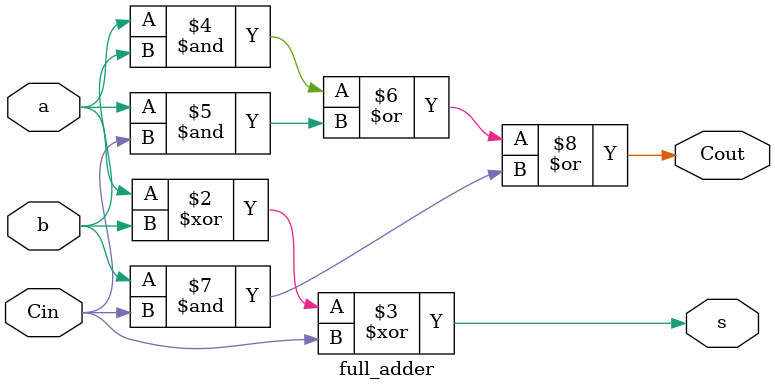
<source format=sv>
module full_adder
(
	input logic a,
	input logic b,
	input logic Cin,
	output logic Cout,
	output logic s

);

	// An extremely basic full adder unit that computes a 1 bit sum, with carry in and carry out support.

	always_comb begin
	
	
	// Compute sum and carry out.
	s = a ^ b ^ Cin;
	Cout = (a & b) | (a & Cin) | ( b & Cin);
	
	end
	
endmodule
</source>
